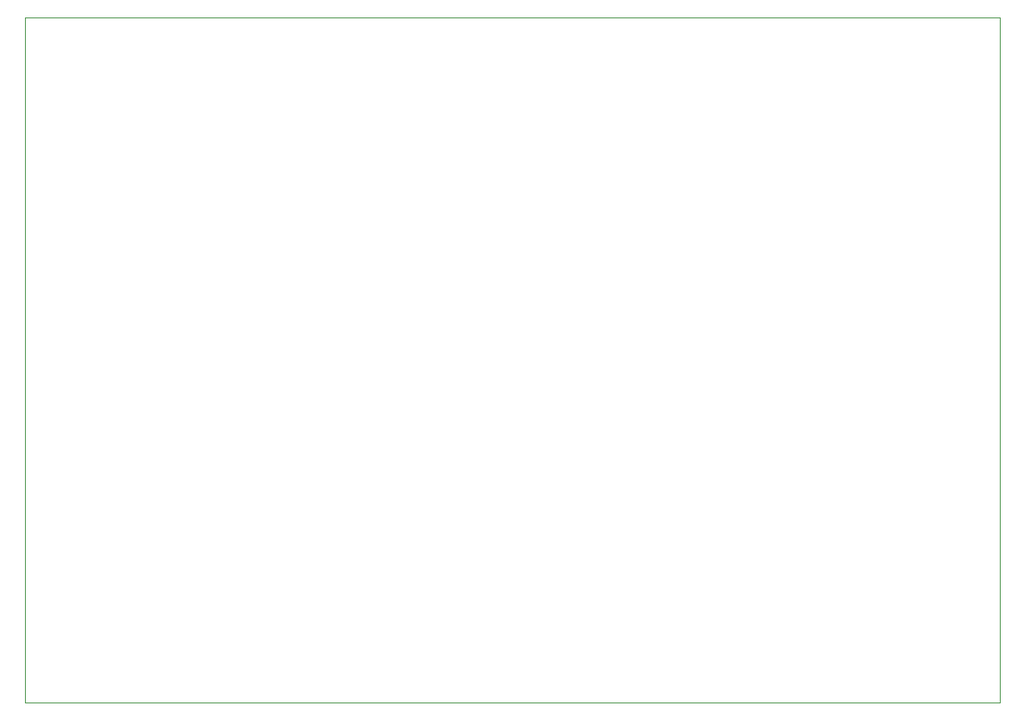
<source format=gbr>
%TF.GenerationSoftware,KiCad,Pcbnew,6.0.11+dfsg-1*%
%TF.CreationDate,2026-01-02T12:46:01+01:00*%
%TF.ProjectId,6750seriale,36373530-7365-4726-9961-6c652e6b6963,rev?*%
%TF.SameCoordinates,Original*%
%TF.FileFunction,Profile,NP*%
%FSLAX46Y46*%
G04 Gerber Fmt 4.6, Leading zero omitted, Abs format (unit mm)*
G04 Created by KiCad (PCBNEW 6.0.11+dfsg-1) date 2026-01-02 12:46:01*
%MOMM*%
%LPD*%
G01*
G04 APERTURE LIST*
%TA.AperFunction,Profile*%
%ADD10C,0.050000*%
%TD*%
G04 APERTURE END LIST*
D10*
X85090000Y-63630000D02*
X184150000Y-63630000D01*
X184150000Y-63630000D02*
X184150000Y-133350000D01*
X184150000Y-133350000D02*
X85090000Y-133350000D01*
X85090000Y-133350000D02*
X85090000Y-63630000D01*
M02*

</source>
